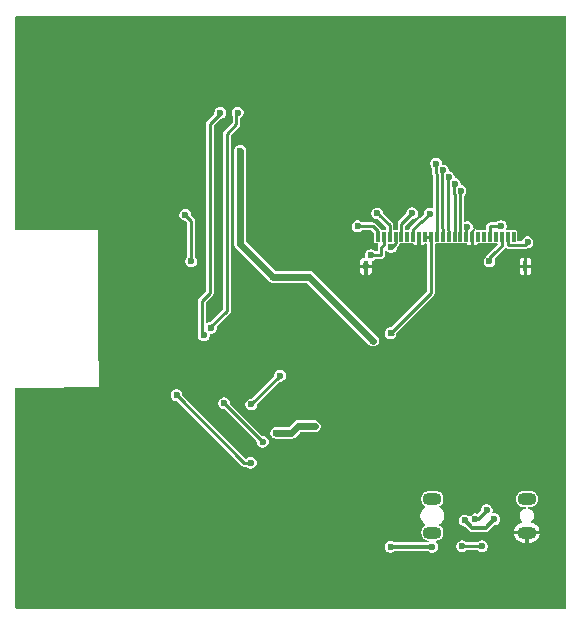
<source format=gbl>
%TF.GenerationSoftware,KiCad,Pcbnew,9.0.6*%
%TF.CreationDate,2025-12-10T11:17:06+01:00*%
%TF.ProjectId,CO2Monitor,434f324d-6f6e-4697-946f-722e6b696361,rev?*%
%TF.SameCoordinates,PX83b1de0PY8351ad0*%
%TF.FileFunction,Copper,L2,Bot*%
%TF.FilePolarity,Positive*%
%FSLAX46Y46*%
G04 Gerber Fmt 4.6, Leading zero omitted, Abs format (unit mm)*
G04 Created by KiCad (PCBNEW 9.0.6) date 2025-12-10 11:17:06*
%MOMM*%
%LPD*%
G01*
G04 APERTURE LIST*
%TA.AperFunction,ComponentPad*%
%ADD10O,1.600000X1.100000*%
%TD*%
%TA.AperFunction,ComponentPad*%
%ADD11C,5.500000*%
%TD*%
%TA.AperFunction,SMDPad,CuDef*%
%ADD12R,0.355600X0.838200*%
%TD*%
%TA.AperFunction,SMDPad,CuDef*%
%ADD13R,0.406400X0.838200*%
%TD*%
%TA.AperFunction,ViaPad*%
%ADD14C,0.600000*%
%TD*%
%TA.AperFunction,Conductor*%
%ADD15C,0.200000*%
%TD*%
%TA.AperFunction,Conductor*%
%ADD16C,0.350000*%
%TD*%
%TA.AperFunction,Conductor*%
%ADD17C,0.250000*%
%TD*%
%TA.AperFunction,Conductor*%
%ADD18C,0.600000*%
%TD*%
G04 APERTURE END LIST*
D10*
%TO.P,J2,S1,SHIELD*%
%TO.N,GND*%
X43808001Y6945499D03*
%TO.P,J2,S2*%
%TO.N,N/C*%
X35808001Y6945499D03*
%TO.P,J2,S3*%
X43808001Y9805499D03*
%TO.P,J2,S4*%
X35808001Y9805499D03*
%TD*%
D11*
%TO.P,H3,1,1*%
%TO.N,GND*%
X42688000Y46185000D03*
%TD*%
%TO.P,H2,1,1*%
%TO.N,GND*%
X4975000Y46185000D03*
%TD*%
%TO.P,H1,1,1*%
%TO.N,GND*%
X4975000Y4975000D03*
%TD*%
D12*
%TO.P,J1,1,1*%
%TO.N,unconnected-(J1-Pad1)*%
X42690502Y31983000D03*
%TO.P,J1,2,2*%
%TO.N,Net-(Q1-G)*%
X42190501Y31983000D03*
%TO.P,J1,3,3*%
%TO.N,Net-(Q1-S)*%
X41690502Y31983000D03*
%TO.P,J1,4,4*%
%TO.N,unconnected-(J1-Pad4)*%
X41190500Y31983000D03*
%TO.P,J1,5,5*%
%TO.N,Net-(C1-Pad2)*%
X40690501Y31983000D03*
%TO.P,J1,6,6*%
%TO.N,unconnected-(J1-Pad6)*%
X40190502Y31983000D03*
%TO.P,J1,7,7*%
%TO.N,unconnected-(J1-Pad7)*%
X39690501Y31983000D03*
%TO.P,J1,8,8*%
%TO.N,GND*%
X39190502Y31983000D03*
%TO.P,J1,9,9*%
%TO.N,Net-(U4-GPIO14)*%
X38690500Y31983000D03*
%TO.P,J1,10,10*%
%TO.N,Net-(U4-GPIO19)*%
X38190501Y31983000D03*
%TO.P,J1,11,11*%
%TO.N,Net-(U4-GPIO20)*%
X37690502Y31983000D03*
%TO.P,J1,12,12*%
%TO.N,Net-(U4-GPIO21)*%
X37190501Y31983000D03*
%TO.P,J1,13,13*%
%TO.N,Net-(U4-GPIO22)*%
X36690501Y31983000D03*
%TO.P,J1,14,14*%
%TO.N,Net-(U4-GPIO23)*%
X36190500Y31983000D03*
%TO.P,J1,15,15*%
%TO.N,Net-(Q2-D)*%
X35690501Y31983000D03*
%TO.P,J1,16,16*%
X35190502Y31983000D03*
%TO.P,J1,17,17*%
%TO.N,GND*%
X34690500Y31983000D03*
%TO.P,J1,18,18*%
%TO.N,Net-(C2-Pad2)*%
X34190501Y31983000D03*
%TO.P,J1,19,19*%
%TO.N,unconnected-(J1-Pad19)*%
X33690500Y31983000D03*
%TO.P,J1,20,20*%
%TO.N,Net-(C3-Pad2)*%
X33190501Y31983000D03*
%TO.P,J1,21,21*%
%TO.N,Net-(D1-K)*%
X32690502Y31983000D03*
%TO.P,J1,22,22*%
%TO.N,Net-(C5-Pad2)*%
X32190500Y31983000D03*
%TO.P,J1,23,23*%
%TO.N,Net-(D2-A)*%
X31690501Y31983000D03*
%TO.P,J1,24,24*%
%TO.N,Net-(C4-Pad2)*%
X31190502Y31983000D03*
D13*
%TO.P,J1,25,SHIELD*%
%TO.N,GND*%
X43690500Y29483000D03*
%TO.P,J1,26,SHIELD*%
X30190502Y29483000D03*
%TD*%
D14*
%TO.N,GND*%
X12083000Y28882000D03*
X12083000Y26879000D03*
X12073000Y24898000D03*
X12077000Y22968000D03*
X14041000Y22968000D03*
X14039000Y28859000D03*
X14049000Y26885000D03*
X14056000Y24902000D03*
X39483000Y26463000D03*
X23788000Y9818000D03*
X801000Y40440000D03*
X22548000Y32848000D03*
X44108000Y11728000D03*
X18598000Y46708000D03*
X35448000Y11388000D03*
X23831500Y50360000D03*
X19318000Y19948000D03*
X800000Y50360000D03*
X10718000Y16448000D03*
X8109000Y18636000D03*
X800000Y800000D03*
X41088000Y3528000D03*
X17598000Y10448000D03*
X801000Y10704000D03*
X46861000Y40441750D03*
X46863000Y50360000D03*
X28478000Y8968000D03*
X23829000Y800000D03*
X29048000Y34818000D03*
X44988000Y31618000D03*
X46861000Y10705750D03*
X46861000Y30529750D03*
X33938000Y18498000D03*
X39628000Y33108000D03*
X30190502Y29483000D03*
X46846000Y808000D03*
X12315750Y50360000D03*
X13698000Y38798000D03*
X35347250Y50360000D03*
X35351000Y800000D03*
X22718000Y2348000D03*
X42808000Y15878000D03*
X46861000Y20617750D03*
X12312750Y802000D03*
X40678000Y35358000D03*
%TO.N,Net-(C1-Pad2)*%
X41613000Y32881000D03*
%TO.N,Net-(C2-Pad2)*%
X35600000Y33935000D03*
%TO.N,Net-(C3-Pad2)*%
X34092000Y33964000D03*
%TO.N,Net-(C4-Pad2)*%
X29472000Y32876500D03*
%TO.N,Net-(C5-Pad2)*%
X31139000Y33955000D03*
%TO.N,Net-(D1-K)*%
X32321000Y31123898D03*
%TO.N,Net-(D2-A)*%
X30599000Y30428000D03*
%TO.N,Net-(Q2-D)*%
X32271000Y23819000D03*
%TO.N,VBUS*%
X38558001Y7968000D03*
X41058001Y8078000D03*
X32268000Y5728000D03*
X35798000Y5738000D03*
%TO.N,/EN*%
X20428000Y12854000D03*
X14148000Y18578000D03*
%TO.N,+3.3V*%
X22598000Y15378000D03*
X19538000Y39288000D03*
X25843000Y15933000D03*
X30783000Y23198000D03*
X22278000Y28608000D03*
%TO.N,Net-(U4-GPIO14)*%
X38765501Y32778121D03*
%TO.N,Net-(U4-GPIO20)*%
X37695284Y36453000D03*
%TO.N,Net-(U4-GPIO21)*%
X37189519Y37028000D03*
%TO.N,Net-(Q1-S)*%
X40646000Y29905000D03*
%TO.N,Net-(U4-GPIO19)*%
X38198000Y35878000D03*
%TO.N,Net-(U4-GPIO22)*%
X36699062Y37603000D03*
%TO.N,Net-(Q1-G)*%
X43869000Y31508000D03*
%TO.N,Net-(U4-GPIO23)*%
X36122338Y38178000D03*
%TO.N,Net-(J2-D--PadA7)*%
X40408001Y8838998D03*
X39451414Y8068912D03*
%TO.N,Net-(J2-D+-PadA6)*%
X38330694Y5779306D03*
X40010280Y5775499D03*
%TO.N,Net-(J3-Pin_4)*%
X16472000Y23638000D03*
X17848000Y42473000D03*
%TO.N,Net-(J3-Pin_3)*%
X17050000Y24277000D03*
X19326000Y42499000D03*
%TO.N,Net-(Q2-G)*%
X22918000Y20218000D03*
X20488000Y17788000D03*
%TO.N,/GPIO 9*%
X14891413Y33839587D03*
X15390000Y29898000D03*
%TO.N,/GPIO5*%
X21438000Y14628000D03*
X18183000Y17883000D03*
%TD*%
D15*
%TO.N,GND*%
X39628000Y32861388D02*
X39628000Y33108000D01*
X39190502Y32423890D02*
X39628000Y32861388D01*
X39628000Y33108000D02*
X39608000Y33088000D01*
X39190502Y31983000D02*
X39190502Y32423890D01*
X39261701Y32054199D02*
X39190502Y31983000D01*
D16*
X34690500Y31983000D02*
X34690500Y30740500D01*
D17*
%TO.N,Net-(C1-Pad2)*%
X41613000Y32881000D02*
X40718502Y32881000D01*
X40690501Y32852999D02*
X40690501Y31983000D01*
X40718502Y32881000D02*
X40690501Y32852999D01*
%TO.N,Net-(C2-Pad2)*%
X35583000Y33935000D02*
X34889000Y33241000D01*
X34889000Y33241000D02*
X34813500Y33241000D01*
X35600000Y33935000D02*
X35583000Y33935000D01*
X34190501Y32618001D02*
X34190501Y31983000D01*
X34813500Y33241000D02*
X34190501Y32618001D01*
%TO.N,Net-(C3-Pad2)*%
X34025834Y33933334D02*
X33190501Y33098001D01*
X33190501Y33098001D02*
X33190501Y31983000D01*
X34025834Y33940834D02*
X34025834Y33933334D01*
X34089000Y34004000D02*
X34025834Y33940834D01*
%TO.N,Net-(C4-Pad2)*%
X30767000Y32876500D02*
X31190502Y32452998D01*
X31190502Y32452998D02*
X31190502Y31983000D01*
X29472000Y32876500D02*
X30767000Y32876500D01*
%TO.N,Net-(C5-Pad2)*%
X31201000Y33955000D02*
X31330638Y33825362D01*
X31330638Y33812862D02*
X32190500Y32953000D01*
X32190500Y32953000D02*
X32190500Y31983000D01*
X31330638Y33825362D02*
X31330638Y33812862D01*
X31139000Y33955000D02*
X31201000Y33955000D01*
%TO.N,Net-(D1-K)*%
X32321000Y31123898D02*
X32361402Y31123898D01*
X32690502Y31452998D02*
X32690502Y31983000D01*
X32361402Y31123898D02*
X32690502Y31452998D01*
%TO.N,Net-(D2-A)*%
X31465498Y30428000D02*
X31490499Y30453001D01*
X31490499Y30453001D02*
X31490499Y31113898D01*
X31490499Y31113898D02*
X31690501Y31313900D01*
X31690501Y31313900D02*
X31690501Y31983000D01*
X30599000Y30428000D02*
X31465498Y30428000D01*
%TO.N,Net-(Q2-D)*%
X35690501Y27238501D02*
X32271000Y23819000D01*
X32341000Y23819000D02*
X32434000Y23726000D01*
X35190502Y31983000D02*
X35690501Y31983000D01*
X35690501Y31983000D02*
X35690501Y27238501D01*
X32271000Y23819000D02*
X32341000Y23819000D01*
D16*
%TO.N,VBUS*%
X32278000Y5738000D02*
X32268000Y5728000D01*
X40318001Y7338000D02*
X39188001Y7338000D01*
X35798000Y5738000D02*
X32278000Y5738000D01*
X41058001Y8078000D02*
X40318001Y7338000D01*
X39188001Y7338000D02*
X38558001Y7968000D01*
D17*
%TO.N,/EN*%
X20427000Y12855000D02*
X19871000Y12855000D01*
X19871000Y12855000D02*
X14148000Y18578000D01*
X20428000Y12854000D02*
X20427000Y12855000D01*
D18*
%TO.N,+3.3V*%
X23838000Y15378000D02*
X24393000Y15933000D01*
X22278000Y28608000D02*
X25373000Y28608000D01*
X19538000Y39288000D02*
X19538000Y31348000D01*
X25373000Y28608000D02*
X30783000Y23198000D01*
X19538000Y31348000D02*
X22278000Y28608000D01*
X22598000Y15378000D02*
X23838000Y15378000D01*
X24393000Y15933000D02*
X25843000Y15933000D01*
D17*
%TO.N,Net-(U4-GPIO14)*%
X38690500Y31983000D02*
X38690500Y32703120D01*
X38690500Y32703120D02*
X38765501Y32778121D01*
%TO.N,Net-(U4-GPIO20)*%
X37690502Y35570910D02*
X37690502Y31983000D01*
X37622000Y35639412D02*
X37690502Y35570910D01*
X37695284Y36453000D02*
X37622000Y36379716D01*
X37622000Y36379716D02*
X37622000Y35639412D01*
%TO.N,Net-(U4-GPIO21)*%
X37189519Y37028000D02*
X37119284Y36957765D01*
X37119284Y32565418D02*
X37190501Y32494201D01*
X37190501Y32494201D02*
X37190501Y31983000D01*
X37119284Y36957765D02*
X37119284Y32565418D01*
%TO.N,Net-(Q1-S)*%
X40641000Y30185453D02*
X41128547Y30673000D01*
X40646000Y29905000D02*
X40641000Y29910000D01*
X41690502Y31220502D02*
X41690502Y31983000D01*
X40641000Y29910000D02*
X40641000Y30185453D01*
X41128547Y30673000D02*
X41143000Y30673000D01*
X41143000Y30673000D02*
X41690502Y31220502D01*
%TO.N,Net-(U4-GPIO19)*%
X38198000Y35878000D02*
X38190501Y35870501D01*
X38190501Y35870501D02*
X38190501Y31983000D01*
%TO.N,Net-(U4-GPIO22)*%
X36613519Y32729082D02*
X36690501Y32652100D01*
X36699062Y37603000D02*
X36613519Y37517457D01*
X36690501Y32652100D02*
X36690501Y31983000D01*
X36613519Y37517457D02*
X36613519Y32729082D01*
%TO.N,Net-(Q1-G)*%
X42246702Y31297900D02*
X43668900Y31297900D01*
X42190501Y31983000D02*
X42190501Y31354101D01*
X43668900Y31297900D02*
X43871000Y31500000D01*
X42190501Y31354101D02*
X42246702Y31297900D01*
%TO.N,Net-(U4-GPIO23)*%
X36122338Y37365136D02*
X36122338Y38178000D01*
X36190500Y31983000D02*
X36190500Y37296974D01*
X36190500Y37296974D02*
X36122338Y37365136D01*
%TO.N,Net-(J2-D--PadA7)*%
X39637915Y8068912D02*
X40408001Y8838998D01*
X39451414Y8068912D02*
X39637915Y8068912D01*
%TO.N,Net-(J2-D+-PadA6)*%
X38330694Y5779306D02*
X39166694Y5779306D01*
X39166694Y5779306D02*
X39170501Y5775499D01*
X39170501Y5775499D02*
X40010280Y5775499D01*
%TO.N,Net-(J3-Pin_4)*%
X16472000Y23660000D02*
X16310000Y23822000D01*
X16472000Y23638000D02*
X16472000Y23660000D01*
X16958000Y27225000D02*
X16958000Y41564000D01*
X17799000Y42405000D02*
X17799000Y42473000D01*
X16958000Y41564000D02*
X17799000Y42405000D01*
X16310000Y26577000D02*
X16958000Y27225000D01*
X16310000Y23822000D02*
X16310000Y26577000D01*
%TO.N,Net-(J3-Pin_3)*%
X19214000Y41504000D02*
X19214000Y42308000D01*
X18418000Y25737000D02*
X18418000Y40708000D01*
X17007000Y24326000D02*
X18418000Y25737000D01*
X18418000Y40708000D02*
X19214000Y41504000D01*
X19214000Y42308000D02*
X19402000Y42496000D01*
%TO.N,Net-(Q2-G)*%
X22918000Y20218000D02*
X20488000Y17788000D01*
%TO.N,/GPIO 9*%
X14891413Y33839587D02*
X15390000Y33341000D01*
X15390000Y33341000D02*
X15390000Y29898000D01*
%TO.N,/GPIO5*%
X18183000Y17883000D02*
X21438000Y14628000D01*
%TD*%
%TA.AperFunction,Conductor*%
%TO.N,GND*%
G36*
X47140826Y50637826D02*
G01*
X47162500Y50585500D01*
X47162500Y574500D01*
X47140826Y522174D01*
X47088500Y500500D01*
X574500Y500500D01*
X522174Y522174D01*
X500500Y574500D01*
X500500Y5793895D01*
X31767500Y5793895D01*
X31767500Y5662106D01*
X31801606Y5534819D01*
X31801607Y5534816D01*
X31801608Y5534814D01*
X31867500Y5420686D01*
X31960686Y5327500D01*
X32074814Y5261608D01*
X32202105Y5227501D01*
X32202106Y5227500D01*
X32202108Y5227500D01*
X32333894Y5227500D01*
X32333894Y5227501D01*
X32461186Y5261608D01*
X32575314Y5327500D01*
X32588640Y5340826D01*
X32640966Y5362500D01*
X35435034Y5362500D01*
X35487360Y5340826D01*
X35490686Y5337500D01*
X35604814Y5271608D01*
X35732105Y5237501D01*
X35732106Y5237500D01*
X35732108Y5237500D01*
X35863894Y5237500D01*
X35863894Y5237501D01*
X35991186Y5271608D01*
X36105314Y5337500D01*
X36198500Y5430686D01*
X36264392Y5544814D01*
X36298499Y5672106D01*
X36298500Y5672106D01*
X36298500Y5803894D01*
X36298499Y5803895D01*
X36291265Y5830892D01*
X36287431Y5845201D01*
X37830194Y5845201D01*
X37830194Y5713412D01*
X37864300Y5586125D01*
X37864304Y5586116D01*
X37893926Y5534810D01*
X37930194Y5471992D01*
X38023380Y5378806D01*
X38137508Y5312914D01*
X38264799Y5278807D01*
X38264800Y5278806D01*
X38264802Y5278806D01*
X38396588Y5278806D01*
X38396588Y5278807D01*
X38523880Y5312914D01*
X38638008Y5378806D01*
X38691334Y5432132D01*
X38743660Y5453806D01*
X39103696Y5453806D01*
X39122847Y5451285D01*
X39127647Y5449999D01*
X39127648Y5449999D01*
X39597314Y5449999D01*
X39649640Y5428325D01*
X39702966Y5374999D01*
X39817094Y5309107D01*
X39944385Y5275000D01*
X39944386Y5274999D01*
X39944388Y5274999D01*
X40076174Y5274999D01*
X40076174Y5275000D01*
X40203466Y5309107D01*
X40317594Y5374999D01*
X40410780Y5468185D01*
X40476672Y5582313D01*
X40510779Y5709605D01*
X40510780Y5709605D01*
X40510780Y5841393D01*
X40510779Y5841394D01*
X40476673Y5968681D01*
X40476672Y5968685D01*
X40410780Y6082813D01*
X40317594Y6175999D01*
X40285740Y6194390D01*
X40203470Y6241889D01*
X40203461Y6241893D01*
X40076174Y6275999D01*
X40076172Y6275999D01*
X39944388Y6275999D01*
X39944386Y6275999D01*
X39817098Y6241893D01*
X39817089Y6241889D01*
X39702965Y6175999D01*
X39649640Y6122673D01*
X39597314Y6100999D01*
X39233499Y6100999D01*
X39214348Y6103520D01*
X39209548Y6104806D01*
X39209547Y6104806D01*
X38743660Y6104806D01*
X38691334Y6126480D01*
X38638008Y6179806D01*
X38523884Y6245696D01*
X38523875Y6245700D01*
X38396588Y6279806D01*
X38396586Y6279806D01*
X38264802Y6279806D01*
X38264800Y6279806D01*
X38137512Y6245700D01*
X38137503Y6245696D01*
X38023379Y6179806D01*
X37930194Y6086621D01*
X37864304Y5972497D01*
X37864300Y5972488D01*
X37830194Y5845201D01*
X36287431Y5845201D01*
X36264392Y5931186D01*
X36198500Y6045314D01*
X36109471Y6134343D01*
X36087797Y6186669D01*
X36109471Y6238995D01*
X36147358Y6259246D01*
X36259412Y6281535D01*
X36385075Y6333586D01*
X36498169Y6409153D01*
X36594347Y6505331D01*
X36669914Y6618425D01*
X36721965Y6744088D01*
X36728218Y6775525D01*
X36739020Y6829826D01*
X36739020Y6829827D01*
X36748501Y6877492D01*
X36748501Y7013506D01*
X36721966Y7146905D01*
X36721965Y7146906D01*
X36721965Y7146910D01*
X36702696Y7193430D01*
X36669916Y7272569D01*
X36669915Y7272571D01*
X36669914Y7272573D01*
X36594347Y7385667D01*
X36498169Y7481845D01*
X36489939Y7487344D01*
X36421374Y7533158D01*
X36389908Y7580251D01*
X36400957Y7635799D01*
X36421373Y7656215D01*
X36503350Y7710989D01*
X36622511Y7830150D01*
X36716134Y7970268D01*
X36742490Y8033895D01*
X38057501Y8033895D01*
X38057501Y7902106D01*
X38091607Y7774819D01*
X38091611Y7774810D01*
X38099239Y7761598D01*
X38157501Y7660686D01*
X38250687Y7567500D01*
X38364815Y7501608D01*
X38492106Y7467501D01*
X38492107Y7467500D01*
X38492109Y7467500D01*
X38496812Y7467500D01*
X38549138Y7445826D01*
X38957439Y7037525D01*
X39043064Y6988089D01*
X39138565Y6962500D01*
X39138566Y6962500D01*
X39138567Y6962500D01*
X40367437Y6962500D01*
X40415187Y6975295D01*
X40462939Y6988090D01*
X40548563Y7037525D01*
X40606538Y7095500D01*
X42721185Y7095500D01*
X42721185Y7095499D01*
X43298193Y7095499D01*
X43278445Y7061295D01*
X43258001Y6984995D01*
X43258001Y6906003D01*
X43278445Y6829703D01*
X43298193Y6795499D01*
X42721185Y6795499D01*
X42740664Y6697569D01*
X42740666Y6697563D01*
X42804741Y6542873D01*
X42897762Y6403656D01*
X43016157Y6285261D01*
X43155374Y6192240D01*
X43310064Y6128165D01*
X43310070Y6128163D01*
X43474285Y6095499D01*
X43658001Y6095499D01*
X43658001Y6645499D01*
X43958001Y6645499D01*
X43958001Y6095499D01*
X44141717Y6095499D01*
X44305931Y6128163D01*
X44305937Y6128165D01*
X44460627Y6192240D01*
X44599844Y6285261D01*
X44599846Y6285262D01*
X44718238Y6403654D01*
X44718239Y6403656D01*
X44811260Y6542873D01*
X44875335Y6697563D01*
X44875337Y6697569D01*
X44894816Y6795499D01*
X44317809Y6795499D01*
X44337557Y6829703D01*
X44358001Y6906003D01*
X44358001Y6984995D01*
X44337557Y7061295D01*
X44317809Y7095499D01*
X44894817Y7095499D01*
X44894816Y7095500D01*
X44875337Y7193430D01*
X44875335Y7193436D01*
X44811260Y7348126D01*
X44718239Y7487343D01*
X44599844Y7605738D01*
X44460627Y7698759D01*
X44305937Y7762834D01*
X44305930Y7762836D01*
X44229617Y7778015D01*
X44182524Y7809481D01*
X44171475Y7865029D01*
X44191725Y7902917D01*
X44292522Y8003713D01*
X44372237Y8141785D01*
X44372803Y8143895D01*
X44406910Y8271186D01*
X44413500Y8295781D01*
X44413501Y8295781D01*
X44413501Y8455217D01*
X44413500Y8455218D01*
X44372238Y8609211D01*
X44363230Y8624813D01*
X44292522Y8747285D01*
X44179787Y8860020D01*
X44074434Y8920845D01*
X44041712Y8939737D01*
X43930555Y8969521D01*
X43885622Y9003999D01*
X43878230Y9060152D01*
X43912708Y9105085D01*
X43949708Y9114999D01*
X44126007Y9114999D01*
X44126009Y9114999D01*
X44259412Y9141535D01*
X44385075Y9193586D01*
X44498169Y9269153D01*
X44594347Y9365331D01*
X44669914Y9478425D01*
X44721965Y9604088D01*
X44748501Y9737491D01*
X44748501Y9873507D01*
X44721965Y10006910D01*
X44669914Y10132573D01*
X44594347Y10245667D01*
X44498169Y10341845D01*
X44385075Y10417412D01*
X44385071Y10417414D01*
X44385069Y10417415D01*
X44385070Y10417415D01*
X44259416Y10469462D01*
X44259406Y10469465D01*
X44170073Y10487234D01*
X44126009Y10495999D01*
X43489993Y10495999D01*
X43452175Y10488477D01*
X43356595Y10469465D01*
X43356585Y10469462D01*
X43230931Y10417415D01*
X43117833Y10341846D01*
X43117832Y10341844D01*
X43021656Y10245668D01*
X43021654Y10245667D01*
X42946085Y10132569D01*
X42894038Y10006915D01*
X42894035Y10006905D01*
X42867501Y9873506D01*
X42867501Y9737493D01*
X42894035Y9604094D01*
X42894038Y9604084D01*
X42946085Y9478430D01*
X42946087Y9478427D01*
X42946088Y9478425D01*
X43021655Y9365331D01*
X43117833Y9269153D01*
X43230927Y9193586D01*
X43230932Y9193584D01*
X43230931Y9193584D01*
X43345055Y9146313D01*
X43356590Y9141535D01*
X43489993Y9114999D01*
X43489995Y9114999D01*
X43666294Y9114999D01*
X43718620Y9093325D01*
X43740294Y9040999D01*
X43718620Y8988673D01*
X43685447Y8969521D01*
X43574289Y8939737D01*
X43436214Y8860020D01*
X43323480Y8747286D01*
X43243763Y8609211D01*
X43202501Y8455218D01*
X43202501Y8295781D01*
X43243763Y8141788D01*
X43323480Y8003713D01*
X43424274Y7902919D01*
X43445948Y7850593D01*
X43424274Y7798267D01*
X43386385Y7778015D01*
X43310070Y7762836D01*
X43310064Y7762834D01*
X43155374Y7698759D01*
X43016157Y7605738D01*
X43016156Y7605736D01*
X42897764Y7487344D01*
X42897762Y7487343D01*
X42804741Y7348126D01*
X42740666Y7193436D01*
X42740664Y7193430D01*
X42721185Y7095500D01*
X40606538Y7095500D01*
X40618476Y7107438D01*
X41066864Y7555826D01*
X41119190Y7577500D01*
X41123895Y7577500D01*
X41123895Y7577501D01*
X41251187Y7611608D01*
X41365315Y7677500D01*
X41458501Y7770686D01*
X41524393Y7884814D01*
X41558500Y8012106D01*
X41558501Y8012106D01*
X41558501Y8143894D01*
X41558500Y8143895D01*
X41524394Y8271182D01*
X41524393Y8271186D01*
X41458501Y8385314D01*
X41365315Y8478500D01*
X41273198Y8531684D01*
X41251191Y8544390D01*
X41251182Y8544394D01*
X41123895Y8578500D01*
X41123893Y8578500D01*
X40992109Y8578500D01*
X40992108Y8578500D01*
X40969658Y8572485D01*
X40913506Y8579879D01*
X40879028Y8624813D01*
X40879028Y8663114D01*
X40908500Y8773104D01*
X40908501Y8773104D01*
X40908501Y8904892D01*
X40908500Y8904893D01*
X40874394Y9032180D01*
X40874393Y9032184D01*
X40808501Y9146312D01*
X40715315Y9239498D01*
X40663951Y9269153D01*
X40601191Y9305388D01*
X40601182Y9305392D01*
X40473895Y9339498D01*
X40473893Y9339498D01*
X40342109Y9339498D01*
X40342107Y9339498D01*
X40214819Y9305392D01*
X40214810Y9305388D01*
X40100686Y9239498D01*
X40007501Y9146313D01*
X39941611Y9032189D01*
X39941607Y9032180D01*
X39907501Y8904893D01*
X39907501Y8829478D01*
X39885827Y8777152D01*
X39674321Y8565647D01*
X39621995Y8543973D01*
X39602844Y8546494D01*
X39517306Y8569412D01*
X39385522Y8569412D01*
X39385520Y8569412D01*
X39258232Y8535306D01*
X39258223Y8535302D01*
X39144099Y8469412D01*
X39050913Y8376226D01*
X39028370Y8337181D01*
X38983436Y8302703D01*
X38927284Y8310097D01*
X38911959Y8321856D01*
X38865315Y8368500D01*
X38751191Y8434390D01*
X38751182Y8434394D01*
X38623895Y8468500D01*
X38623893Y8468500D01*
X38492109Y8468500D01*
X38492107Y8468500D01*
X38364819Y8434394D01*
X38364810Y8434390D01*
X38250686Y8368500D01*
X38157501Y8275315D01*
X38091611Y8161191D01*
X38091607Y8161182D01*
X38057501Y8033895D01*
X36742490Y8033895D01*
X36780624Y8125958D01*
X36813500Y8291238D01*
X36813500Y8309603D01*
X36813501Y8309605D01*
X36813501Y8375498D01*
X36813501Y8441390D01*
X36813499Y8441398D01*
X36813499Y8459757D01*
X36780623Y8625037D01*
X36716134Y8780728D01*
X36622511Y8920847D01*
X36503350Y9040008D01*
X36503341Y9040014D01*
X36421374Y9094783D01*
X36389908Y9141876D01*
X36400957Y9197424D01*
X36421371Y9217839D01*
X36498169Y9269153D01*
X36594347Y9365331D01*
X36669914Y9478425D01*
X36721965Y9604088D01*
X36748501Y9737491D01*
X36748501Y9873507D01*
X36721965Y10006910D01*
X36669914Y10132573D01*
X36594347Y10245667D01*
X36498169Y10341845D01*
X36385075Y10417412D01*
X36385071Y10417414D01*
X36385069Y10417415D01*
X36385070Y10417415D01*
X36259416Y10469462D01*
X36259406Y10469465D01*
X36170073Y10487234D01*
X36126009Y10495999D01*
X35489993Y10495999D01*
X35452175Y10488477D01*
X35356595Y10469465D01*
X35356585Y10469462D01*
X35230931Y10417415D01*
X35117833Y10341846D01*
X35117832Y10341844D01*
X35021656Y10245668D01*
X35021654Y10245667D01*
X34946085Y10132569D01*
X34894038Y10006915D01*
X34894035Y10006905D01*
X34867501Y9873506D01*
X34867501Y9737493D01*
X34894035Y9604094D01*
X34894038Y9604084D01*
X34946085Y9478430D01*
X34946087Y9478427D01*
X34946088Y9478425D01*
X35021655Y9365331D01*
X35117833Y9269153D01*
X35194628Y9217840D01*
X35226093Y9170750D01*
X35215044Y9115201D01*
X35194628Y9094785D01*
X35112657Y9040014D01*
X34993488Y8920845D01*
X34899866Y8780730D01*
X34835377Y8625039D01*
X34835375Y8625032D01*
X34802501Y8459757D01*
X34802501Y8406152D01*
X34802499Y8406146D01*
X34802499Y8291239D01*
X34835375Y8125963D01*
X34835378Y8125953D01*
X34899864Y7970269D01*
X34899865Y7970268D01*
X34899866Y7970266D01*
X34993491Y7830148D01*
X35112650Y7710990D01*
X35112652Y7710988D01*
X35194626Y7656215D01*
X35226092Y7609123D01*
X35215043Y7553574D01*
X35194627Y7533157D01*
X35117830Y7481843D01*
X35021656Y7385668D01*
X35021654Y7385667D01*
X34946085Y7272569D01*
X34894038Y7146915D01*
X34894035Y7146905D01*
X34867501Y7013506D01*
X34867501Y6877493D01*
X34894035Y6744094D01*
X34894038Y6744084D01*
X34946085Y6618430D01*
X34946087Y6618427D01*
X34946088Y6618425D01*
X35021655Y6505331D01*
X35117833Y6409153D01*
X35230927Y6333586D01*
X35230932Y6333584D01*
X35230931Y6333584D01*
X35356585Y6281537D01*
X35356590Y6281535D01*
X35356594Y6281535D01*
X35356595Y6281534D01*
X35451957Y6262565D01*
X35469899Y6250576D01*
X35489835Y6242323D01*
X35492739Y6235315D01*
X35499049Y6231099D01*
X35503258Y6209935D01*
X35511520Y6190002D01*
X35508617Y6182992D01*
X35510098Y6175550D01*
X35489856Y6137672D01*
X35487370Y6135185D01*
X35435049Y6113500D01*
X32619982Y6113500D01*
X32580074Y6127047D01*
X32579514Y6126075D01*
X32557993Y6138500D01*
X32545921Y6145471D01*
X32461190Y6194390D01*
X32461181Y6194394D01*
X32333894Y6228500D01*
X32333892Y6228500D01*
X32202108Y6228500D01*
X32202106Y6228500D01*
X32074818Y6194394D01*
X32074809Y6194390D01*
X31960685Y6128500D01*
X31867500Y6035315D01*
X31801610Y5921191D01*
X31801606Y5921182D01*
X31767500Y5793895D01*
X500500Y5793895D01*
X500500Y18643895D01*
X13647500Y18643895D01*
X13647500Y18512106D01*
X13681606Y18384819D01*
X13681610Y18384810D01*
X13737215Y18288500D01*
X13747500Y18270686D01*
X13840686Y18177500D01*
X13954814Y18111608D01*
X14082105Y18077501D01*
X14082106Y18077500D01*
X14082108Y18077500D01*
X14157521Y18077500D01*
X14209847Y18055826D01*
X19671138Y12594535D01*
X19745361Y12551682D01*
X19828147Y12529500D01*
X19913853Y12529500D01*
X20014034Y12529500D01*
X20066360Y12507826D01*
X20120686Y12453500D01*
X20234814Y12387608D01*
X20362105Y12353501D01*
X20362106Y12353500D01*
X20362108Y12353500D01*
X20493894Y12353500D01*
X20493894Y12353501D01*
X20621186Y12387608D01*
X20735314Y12453500D01*
X20828500Y12546686D01*
X20894392Y12660814D01*
X20928499Y12788106D01*
X20928500Y12788106D01*
X20928500Y12919894D01*
X20928499Y12919895D01*
X20894393Y13047182D01*
X20894392Y13047186D01*
X20828500Y13161314D01*
X20735314Y13254500D01*
X20621190Y13320390D01*
X20621181Y13320394D01*
X20493894Y13354500D01*
X20493892Y13354500D01*
X20362108Y13354500D01*
X20362106Y13354500D01*
X20234818Y13320394D01*
X20234809Y13320390D01*
X20120683Y13254499D01*
X20078581Y13212397D01*
X20026255Y13190723D01*
X19973930Y13212397D01*
X15237432Y17948895D01*
X17682500Y17948895D01*
X17682500Y17817106D01*
X17716606Y17689819D01*
X17716610Y17689810D01*
X17771456Y17594814D01*
X17782500Y17575686D01*
X17875686Y17482500D01*
X17989814Y17416608D01*
X18117105Y17382501D01*
X18117106Y17382500D01*
X18117108Y17382500D01*
X18192521Y17382500D01*
X18244847Y17360826D01*
X20915826Y14689847D01*
X20937500Y14637521D01*
X20937500Y14562106D01*
X20971606Y14434819D01*
X20971607Y14434816D01*
X20971608Y14434814D01*
X21037500Y14320686D01*
X21130686Y14227500D01*
X21244814Y14161608D01*
X21372105Y14127501D01*
X21372106Y14127500D01*
X21372108Y14127500D01*
X21503894Y14127500D01*
X21503894Y14127501D01*
X21631186Y14161608D01*
X21745314Y14227500D01*
X21838500Y14320686D01*
X21904392Y14434814D01*
X21938499Y14562106D01*
X21938500Y14562106D01*
X21938500Y14693894D01*
X21938499Y14693895D01*
X21904393Y14821182D01*
X21904392Y14821186D01*
X21838500Y14935314D01*
X21745314Y15028500D01*
X21672246Y15070686D01*
X21631190Y15094390D01*
X21631181Y15094394D01*
X21503894Y15128500D01*
X21503892Y15128500D01*
X21428479Y15128500D01*
X21376153Y15150174D01*
X21082432Y15443895D01*
X22097500Y15443895D01*
X22097500Y15312106D01*
X22131606Y15184819D01*
X22131607Y15184816D01*
X22131608Y15184814D01*
X22197500Y15070686D01*
X22290686Y14977500D01*
X22404814Y14911608D01*
X22532105Y14877501D01*
X22532106Y14877500D01*
X22532108Y14877500D01*
X23903894Y14877500D01*
X23903894Y14877501D01*
X24031186Y14911608D01*
X24145314Y14977500D01*
X24578640Y15410826D01*
X24630966Y15432500D01*
X25908894Y15432500D01*
X25908894Y15432501D01*
X26036186Y15466608D01*
X26150314Y15532500D01*
X26243500Y15625686D01*
X26309392Y15739814D01*
X26343499Y15867106D01*
X26343500Y15867106D01*
X26343500Y15998894D01*
X26343499Y15998895D01*
X26309393Y16126182D01*
X26309392Y16126186D01*
X26243500Y16240314D01*
X26150314Y16333500D01*
X26036190Y16399390D01*
X26036181Y16399394D01*
X25908894Y16433500D01*
X25908892Y16433500D01*
X24327108Y16433500D01*
X24327106Y16433500D01*
X24199818Y16399394D01*
X24199809Y16399390D01*
X24085685Y16333500D01*
X23652360Y15900174D01*
X23600034Y15878500D01*
X22532106Y15878500D01*
X22404818Y15844394D01*
X22404809Y15844390D01*
X22290685Y15778500D01*
X22197500Y15685315D01*
X22131610Y15571191D01*
X22131606Y15571182D01*
X22097500Y15443895D01*
X21082432Y15443895D01*
X18705174Y17821153D01*
X18691612Y17853895D01*
X19987500Y17853895D01*
X19987500Y17722106D01*
X20021606Y17594819D01*
X20021610Y17594810D01*
X20086452Y17482501D01*
X20087500Y17480686D01*
X20180686Y17387500D01*
X20294814Y17321608D01*
X20422105Y17287501D01*
X20422106Y17287500D01*
X20422108Y17287500D01*
X20553894Y17287500D01*
X20553894Y17287501D01*
X20681186Y17321608D01*
X20795314Y17387500D01*
X20888500Y17480686D01*
X20954392Y17594814D01*
X20988499Y17722106D01*
X20988500Y17722106D01*
X20988500Y17797521D01*
X21010174Y17849847D01*
X22856153Y19695826D01*
X22908479Y19717500D01*
X22983894Y19717500D01*
X22983894Y19717501D01*
X23111186Y19751608D01*
X23225314Y19817500D01*
X23318500Y19910686D01*
X23384392Y20024814D01*
X23418499Y20152106D01*
X23418500Y20152106D01*
X23418500Y20283894D01*
X23418499Y20283895D01*
X23384393Y20411182D01*
X23384392Y20411186D01*
X23318500Y20525314D01*
X23225314Y20618500D01*
X23111190Y20684390D01*
X23111181Y20684394D01*
X22983894Y20718500D01*
X22983892Y20718500D01*
X22852108Y20718500D01*
X22852106Y20718500D01*
X22724818Y20684394D01*
X22724809Y20684390D01*
X22610685Y20618500D01*
X22517500Y20525315D01*
X22451610Y20411191D01*
X22451606Y20411182D01*
X22417500Y20283895D01*
X22417500Y20208479D01*
X22395826Y20156153D01*
X20549847Y18310174D01*
X20497521Y18288500D01*
X20422106Y18288500D01*
X20294818Y18254394D01*
X20294809Y18254390D01*
X20180685Y18188500D01*
X20087500Y18095315D01*
X20021610Y17981191D01*
X20021606Y17981182D01*
X19987500Y17853895D01*
X18691612Y17853895D01*
X18683500Y17873479D01*
X18683500Y17948894D01*
X18683499Y17948895D01*
X18674845Y17981191D01*
X18649392Y18076186D01*
X18583500Y18190314D01*
X18490314Y18283500D01*
X18481654Y18288500D01*
X18376190Y18349390D01*
X18376181Y18349394D01*
X18248894Y18383500D01*
X18248892Y18383500D01*
X18117108Y18383500D01*
X18117106Y18383500D01*
X17989818Y18349394D01*
X17989809Y18349390D01*
X17875685Y18283500D01*
X17782500Y18190315D01*
X17716610Y18076191D01*
X17716606Y18076182D01*
X17682500Y17948895D01*
X15237432Y17948895D01*
X14670174Y18516153D01*
X14648500Y18568479D01*
X14648500Y18643894D01*
X14648499Y18643895D01*
X14614393Y18771182D01*
X14614392Y18771186D01*
X14548500Y18885314D01*
X14455314Y18978500D01*
X14341190Y19044390D01*
X14341181Y19044394D01*
X14213894Y19078500D01*
X14213892Y19078500D01*
X14082108Y19078500D01*
X14082106Y19078500D01*
X13954818Y19044394D01*
X13954809Y19044390D01*
X13840685Y18978500D01*
X13747500Y18885315D01*
X13681610Y18771191D01*
X13681606Y18771182D01*
X13647500Y18643895D01*
X500500Y18643895D01*
X500500Y19141029D01*
X522174Y19193355D01*
X574243Y19215029D01*
X949799Y19216322D01*
X1618089Y19218621D01*
X7542000Y19239000D01*
X7536969Y23703892D01*
X15971500Y23703892D01*
X15971500Y23699804D01*
X15971500Y23572106D01*
X16005606Y23444819D01*
X16005610Y23444810D01*
X16058842Y23352611D01*
X16071500Y23330686D01*
X16164686Y23237500D01*
X16278814Y23171608D01*
X16406105Y23137501D01*
X16406106Y23137500D01*
X16406108Y23137500D01*
X16537894Y23137500D01*
X16537894Y23137501D01*
X16665186Y23171608D01*
X16779314Y23237500D01*
X16872500Y23330686D01*
X16938392Y23444814D01*
X16972499Y23572106D01*
X16972500Y23572106D01*
X16972500Y23702500D01*
X16994174Y23754826D01*
X17046500Y23776500D01*
X17115894Y23776500D01*
X17115894Y23776501D01*
X17243186Y23810608D01*
X17357314Y23876500D01*
X17450500Y23969686D01*
X17516392Y24083814D01*
X17550499Y24211106D01*
X17550500Y24211106D01*
X17550500Y24342894D01*
X17547551Y24353898D01*
X17554942Y24410051D01*
X17566699Y24425374D01*
X18678465Y25537138D01*
X18721317Y25611361D01*
X18721318Y25611362D01*
X18743499Y25694145D01*
X18743500Y25694145D01*
X18743500Y39353895D01*
X19037500Y39353895D01*
X19037500Y31282106D01*
X19071606Y31154819D01*
X19071607Y31154816D01*
X19071608Y31154814D01*
X19137500Y31040686D01*
X21970686Y28207500D01*
X22084814Y28141608D01*
X22084815Y28141608D01*
X22084817Y28141607D01*
X22148460Y28124554D01*
X22212104Y28107501D01*
X22212105Y28107500D01*
X22212107Y28107500D01*
X22212108Y28107500D01*
X25135034Y28107500D01*
X25187360Y28085826D01*
X30382500Y22890686D01*
X30475686Y22797500D01*
X30589814Y22731608D01*
X30589815Y22731608D01*
X30589817Y22731607D01*
X30653460Y22714554D01*
X30717104Y22697501D01*
X30717105Y22697500D01*
X30717107Y22697500D01*
X30848894Y22697500D01*
X30848894Y22697501D01*
X30976186Y22731608D01*
X31090314Y22797500D01*
X31183500Y22890686D01*
X31249392Y23004814D01*
X31283499Y23132106D01*
X31283500Y23132106D01*
X31283500Y23263894D01*
X31283499Y23263895D01*
X31259734Y23352587D01*
X31259734Y23352589D01*
X31249393Y23391182D01*
X31249392Y23391186D01*
X31218430Y23444814D01*
X31183500Y23505314D01*
X31090314Y23598500D01*
X25680314Y29008500D01*
X25661941Y29019108D01*
X29687303Y29019108D01*
X29690210Y28994032D01*
X29690212Y28994026D01*
X29735515Y28891422D01*
X29814823Y28812114D01*
X29917426Y28766811D01*
X29917425Y28766811D01*
X29942512Y28763901D01*
X30040502Y28763901D01*
X30340502Y28763901D01*
X30438494Y28763901D01*
X30463570Y28766809D01*
X30463576Y28766811D01*
X30566180Y28812114D01*
X30645488Y28891422D01*
X30690791Y28994025D01*
X30693702Y29019111D01*
X30693702Y29333000D01*
X30340502Y29333000D01*
X30340502Y28763901D01*
X30040502Y28763901D01*
X30040502Y29333000D01*
X29687303Y29333000D01*
X29687303Y29019108D01*
X25661941Y29019108D01*
X25566190Y29074390D01*
X25566181Y29074394D01*
X25438894Y29108500D01*
X25438892Y29108500D01*
X22515966Y29108500D01*
X22463640Y29130174D01*
X20060174Y31533640D01*
X20038500Y31585966D01*
X20038500Y32942395D01*
X28971500Y32942395D01*
X28971500Y32810606D01*
X29005606Y32683319D01*
X29005610Y32683310D01*
X29023192Y32652857D01*
X29071500Y32569186D01*
X29164686Y32476000D01*
X29278814Y32410108D01*
X29406105Y32376001D01*
X29406106Y32376000D01*
X29406108Y32376000D01*
X29537894Y32376000D01*
X29537894Y32376001D01*
X29665186Y32410108D01*
X29779314Y32476000D01*
X29832640Y32529326D01*
X29884966Y32551000D01*
X30601521Y32551000D01*
X30653847Y32529326D01*
X30843328Y32339845D01*
X30865002Y32287519D01*
X30865002Y31940147D01*
X30869681Y31922685D01*
X30872202Y31903533D01*
X30872202Y31550061D01*
X30880353Y31509079D01*
X30911406Y31462606D01*
X30911408Y31462604D01*
X30957879Y31431552D01*
X30957881Y31431551D01*
X30998861Y31423400D01*
X31165163Y31423401D01*
X31217488Y31401727D01*
X31239162Y31349401D01*
X31229248Y31312402D01*
X31187184Y31239546D01*
X31187179Y31239533D01*
X31170323Y31176627D01*
X31170324Y31176626D01*
X31164999Y31156752D01*
X31164999Y30827500D01*
X31143325Y30775174D01*
X31090999Y30753500D01*
X31011966Y30753500D01*
X30959640Y30775174D01*
X30906314Y30828500D01*
X30792190Y30894390D01*
X30792181Y30894394D01*
X30664894Y30928500D01*
X30664892Y30928500D01*
X30533108Y30928500D01*
X30533106Y30928500D01*
X30405818Y30894394D01*
X30405809Y30894390D01*
X30291685Y30828500D01*
X30198500Y30735315D01*
X30132610Y30621191D01*
X30132606Y30621182D01*
X30098500Y30493895D01*
X30098500Y30493892D01*
X30098500Y30362108D01*
X30116414Y30295253D01*
X30109021Y30239100D01*
X30064088Y30204621D01*
X30044936Y30202100D01*
X29942509Y30202100D01*
X29917433Y30199192D01*
X29917427Y30199190D01*
X29814823Y30153887D01*
X29735515Y30074579D01*
X29690212Y29971976D01*
X29687302Y29946890D01*
X29687302Y29633000D01*
X30693701Y29633000D01*
X30693701Y29878438D01*
X30715375Y29930764D01*
X30748546Y29949915D01*
X30792186Y29961608D01*
X30906314Y30027500D01*
X30959640Y30080826D01*
X31011966Y30102500D01*
X31508349Y30102500D01*
X31508351Y30102500D01*
X31591137Y30124682D01*
X31665360Y30167535D01*
X31703139Y30205314D01*
X31725963Y30228138D01*
X31750964Y30253139D01*
X31779383Y30302362D01*
X31793817Y30327362D01*
X31815999Y30410146D01*
X31816000Y30410146D01*
X31816000Y30500383D01*
X31815999Y30500401D01*
X31815999Y30742433D01*
X31837673Y30794759D01*
X31889999Y30816433D01*
X31942325Y30794759D01*
X32013686Y30723398D01*
X32127814Y30657506D01*
X32255105Y30623399D01*
X32255106Y30623398D01*
X32255108Y30623398D01*
X32386894Y30623398D01*
X32386894Y30623399D01*
X32514186Y30657506D01*
X32628314Y30723398D01*
X32721500Y30816584D01*
X32787392Y30930712D01*
X32821499Y31058004D01*
X32821500Y31058004D01*
X32821500Y31093018D01*
X32843173Y31145343D01*
X32854582Y31156752D01*
X32890362Y31192532D01*
X32890364Y31192533D01*
X32950967Y31253136D01*
X32986577Y31314814D01*
X32993820Y31327359D01*
X33005647Y31371499D01*
X33006682Y31374383D01*
X33023819Y31393263D01*
X33039338Y31413487D01*
X33043088Y31414493D01*
X33044748Y31416320D01*
X33051047Y31416625D01*
X33076337Y31423401D01*
X33382141Y31423401D01*
X33423122Y31431551D01*
X33423122Y31431552D01*
X33426068Y31432137D01*
X33454938Y31432136D01*
X33457878Y31431552D01*
X33457879Y31431551D01*
X33498859Y31423400D01*
X33882140Y31423401D01*
X33882143Y31423401D01*
X33926067Y31432137D01*
X33954939Y31432137D01*
X33957877Y31431553D01*
X33957880Y31431551D01*
X33998860Y31423400D01*
X34200001Y31423401D01*
X34252326Y31401727D01*
X34260738Y31391597D01*
X34340221Y31312114D01*
X34442824Y31266811D01*
X34442823Y31266811D01*
X34467910Y31263901D01*
X34540500Y31263901D01*
X34540500Y31909000D01*
X34562174Y31961326D01*
X34614500Y31983000D01*
X34766500Y31983000D01*
X34818826Y31961326D01*
X34840500Y31909000D01*
X34840500Y31263901D01*
X34913092Y31263901D01*
X34938168Y31266809D01*
X34938174Y31266811D01*
X35040778Y31312114D01*
X35124936Y31396271D01*
X35125980Y31395227D01*
X35128673Y31401727D01*
X35148981Y31410139D01*
X35167397Y31422140D01*
X35180993Y31423401D01*
X35291001Y31423401D01*
X35343327Y31401727D01*
X35365001Y31349401D01*
X35365001Y27403980D01*
X35343327Y27351654D01*
X32332847Y24341174D01*
X32280521Y24319500D01*
X32205106Y24319500D01*
X32077818Y24285394D01*
X32077809Y24285390D01*
X31963685Y24219500D01*
X31870500Y24126315D01*
X31804610Y24012191D01*
X31804606Y24012182D01*
X31770500Y23884895D01*
X31770500Y23753106D01*
X31804606Y23625819D01*
X31804610Y23625810D01*
X31820378Y23598500D01*
X31870500Y23511686D01*
X31963686Y23418500D01*
X32077814Y23352608D01*
X32205105Y23318501D01*
X32205106Y23318500D01*
X32205108Y23318500D01*
X32336894Y23318500D01*
X32336894Y23318501D01*
X32464186Y23352608D01*
X32578314Y23418500D01*
X32606829Y23447017D01*
X32622155Y23458776D01*
X32624784Y23460295D01*
X32633862Y23465535D01*
X32694465Y23526138D01*
X32737318Y23600361D01*
X32759500Y23683147D01*
X32759500Y23698580D01*
X32759814Y23705385D01*
X32760393Y23711657D01*
X32771500Y23753108D01*
X32771500Y23831928D01*
X32771814Y23835328D01*
X32783540Y23857593D01*
X32793173Y23880848D01*
X35890360Y26978035D01*
X35890363Y26978036D01*
X35950966Y27038639D01*
X35986024Y27099361D01*
X35993819Y27112862D01*
X36016001Y27195646D01*
X36016002Y27195646D01*
X36016002Y27285883D01*
X36016001Y27285901D01*
X36016001Y29019108D01*
X43187301Y29019108D01*
X43190208Y28994032D01*
X43190210Y28994026D01*
X43235513Y28891422D01*
X43314821Y28812114D01*
X43417424Y28766811D01*
X43417423Y28766811D01*
X43442510Y28763901D01*
X43540500Y28763901D01*
X43840500Y28763901D01*
X43938492Y28763901D01*
X43963568Y28766809D01*
X43963574Y28766811D01*
X44066178Y28812114D01*
X44145486Y28891422D01*
X44190789Y28994025D01*
X44193700Y29019111D01*
X44193700Y29333000D01*
X43840500Y29333000D01*
X43840500Y28763901D01*
X43540500Y28763901D01*
X43540500Y29333000D01*
X43187301Y29333000D01*
X43187301Y29019108D01*
X36016001Y29019108D01*
X36016001Y31349401D01*
X36037675Y31401727D01*
X36090001Y31423401D01*
X36382143Y31423401D01*
X36426067Y31432137D01*
X36454939Y31432137D01*
X36457877Y31431553D01*
X36457880Y31431551D01*
X36498860Y31423400D01*
X36882141Y31423401D01*
X36882143Y31423401D01*
X36901201Y31427192D01*
X36923122Y31431551D01*
X36923122Y31431552D01*
X36926066Y31432137D01*
X36954939Y31432137D01*
X36957877Y31431553D01*
X36957880Y31431551D01*
X36998860Y31423400D01*
X37382141Y31423401D01*
X37382144Y31423401D01*
X37426068Y31432137D01*
X37454940Y31432137D01*
X37457878Y31431553D01*
X37457881Y31431551D01*
X37498861Y31423400D01*
X37882142Y31423401D01*
X37923123Y31431551D01*
X37923123Y31431552D01*
X37926069Y31432137D01*
X37954939Y31432136D01*
X37957879Y31431552D01*
X37957880Y31431551D01*
X37998860Y31423400D01*
X38382141Y31423401D01*
X38423122Y31431551D01*
X38423122Y31431552D01*
X38426068Y31432137D01*
X38454938Y31432136D01*
X38457878Y31431552D01*
X38457879Y31431551D01*
X38498859Y31423400D01*
X38700003Y31423401D01*
X38752328Y31401727D01*
X38760740Y31391597D01*
X38840223Y31312114D01*
X38942826Y31266811D01*
X38942825Y31266811D01*
X38967912Y31263901D01*
X39040502Y31263901D01*
X39040502Y31909000D01*
X39062176Y31961326D01*
X39114502Y31983000D01*
X39266502Y31983000D01*
X39318828Y31961326D01*
X39340502Y31909000D01*
X39340502Y31263901D01*
X39413094Y31263901D01*
X39438170Y31266809D01*
X39438176Y31266811D01*
X39540780Y31312114D01*
X39624938Y31396271D01*
X39626028Y31395181D01*
X39667399Y31422140D01*
X39680995Y31423401D01*
X39882141Y31423401D01*
X39882144Y31423401D01*
X39926068Y31432137D01*
X39954940Y31432137D01*
X39957878Y31431553D01*
X39957881Y31431551D01*
X39998861Y31423400D01*
X40382142Y31423401D01*
X40423123Y31431551D01*
X40423123Y31431552D01*
X40426069Y31432137D01*
X40454939Y31432136D01*
X40457879Y31431552D01*
X40457880Y31431551D01*
X40498860Y31423400D01*
X40882141Y31423401D01*
X40923122Y31431551D01*
X40923122Y31431552D01*
X40926068Y31432137D01*
X40954938Y31432136D01*
X40957878Y31431552D01*
X40957879Y31431551D01*
X40998859Y31423400D01*
X41254421Y31423401D01*
X41306747Y31401727D01*
X41328421Y31349401D01*
X41306747Y31297075D01*
X40969768Y30960097D01*
X40954445Y30948339D01*
X40928684Y30933465D01*
X40868080Y30872860D01*
X40380532Y30385312D01*
X40333544Y30303926D01*
X40321785Y30288601D01*
X40245500Y30212315D01*
X40179610Y30098191D01*
X40179606Y30098182D01*
X40145500Y29970895D01*
X40145500Y29839106D01*
X40179606Y29711819D01*
X40179610Y29711810D01*
X40225111Y29633000D01*
X40245500Y29597686D01*
X40338686Y29504500D01*
X40452814Y29438608D01*
X40580105Y29404501D01*
X40580106Y29404500D01*
X40580108Y29404500D01*
X40711894Y29404500D01*
X40711894Y29404501D01*
X40839186Y29438608D01*
X40953314Y29504500D01*
X41046500Y29597686D01*
X41112392Y29711814D01*
X41146499Y29839106D01*
X41146500Y29839106D01*
X41146500Y29946890D01*
X43187300Y29946890D01*
X43187300Y29633000D01*
X43540500Y29633000D01*
X43840500Y29633000D01*
X44193699Y29633000D01*
X44193699Y29946893D01*
X44190791Y29971969D01*
X44190789Y29971975D01*
X44145486Y30074579D01*
X44066178Y30153887D01*
X43963575Y30199190D01*
X43963576Y30199190D01*
X43938489Y30202100D01*
X43840500Y30202100D01*
X43840500Y29633000D01*
X43540500Y29633000D01*
X43540500Y30202100D01*
X43442507Y30202100D01*
X43417431Y30199192D01*
X43417425Y30199190D01*
X43314821Y30153887D01*
X43235513Y30074579D01*
X43190210Y29971976D01*
X43187300Y29946890D01*
X41146500Y29946890D01*
X41146500Y29970891D01*
X41146210Y29971975D01*
X41112392Y30098186D01*
X41104790Y30111353D01*
X41097397Y30167505D01*
X41116548Y30200677D01*
X41301777Y30385906D01*
X41317098Y30397661D01*
X41342862Y30412535D01*
X41890361Y30960036D01*
X41890364Y30960037D01*
X41950967Y31020640D01*
X41951673Y31021864D01*
X41956008Y31026231D01*
X41978107Y31035484D01*
X41998856Y31047469D01*
X42004199Y31046407D01*
X42008251Y31048103D01*
X42020109Y31043244D01*
X42045532Y31038190D01*
X42091892Y31011424D01*
X42121063Y30994582D01*
X42203849Y30972400D01*
X42203851Y30972400D01*
X43711752Y30972400D01*
X43711753Y30972400D01*
X43794539Y30994582D01*
X43796452Y30995688D01*
X43799741Y30997585D01*
X43836742Y31007500D01*
X43934894Y31007500D01*
X43934894Y31007501D01*
X44062186Y31041608D01*
X44176314Y31107500D01*
X44269500Y31200686D01*
X44333833Y31312114D01*
X44335391Y31314812D01*
X44335393Y31314819D01*
X44344659Y31349401D01*
X44369499Y31442106D01*
X44369500Y31442106D01*
X44369500Y31573894D01*
X44369499Y31573895D01*
X44335393Y31701182D01*
X44335392Y31701186D01*
X44269500Y31815314D01*
X44176314Y31908500D01*
X44168045Y31913274D01*
X44062190Y31974390D01*
X44062181Y31974394D01*
X43934894Y32008500D01*
X43934892Y32008500D01*
X43803108Y32008500D01*
X43803106Y32008500D01*
X43675818Y31974394D01*
X43675809Y31974390D01*
X43561685Y31908500D01*
X43468500Y31815315D01*
X43402610Y31701191D01*
X43402607Y31701184D01*
X43396461Y31678246D01*
X43361982Y31633314D01*
X43324983Y31623400D01*
X43082802Y31623400D01*
X43030476Y31645074D01*
X43008802Y31697400D01*
X43008801Y32415940D01*
X43008801Y32415941D01*
X43000651Y32456921D01*
X42969597Y32503395D01*
X42969595Y32503397D01*
X42923124Y32534449D01*
X42902633Y32538525D01*
X42882143Y32542600D01*
X42882142Y32542600D01*
X42498861Y32542600D01*
X42454934Y32533863D01*
X42426064Y32533864D01*
X42382142Y32542600D01*
X42123724Y32542600D01*
X42071398Y32564274D01*
X42049724Y32616600D01*
X42059639Y32653601D01*
X42063826Y32660853D01*
X42079392Y32687814D01*
X42113499Y32815106D01*
X42113500Y32815106D01*
X42113500Y32946894D01*
X42113499Y32946895D01*
X42103329Y32984849D01*
X42079392Y33074186D01*
X42013500Y33188314D01*
X41920314Y33281500D01*
X41891973Y33297863D01*
X41806190Y33347390D01*
X41806181Y33347394D01*
X41678894Y33381500D01*
X41678892Y33381500D01*
X41547108Y33381500D01*
X41547106Y33381500D01*
X41419818Y33347394D01*
X41419809Y33347390D01*
X41305685Y33281500D01*
X41252360Y33228174D01*
X41200034Y33206500D01*
X40675647Y33206500D01*
X40592868Y33184320D01*
X40592859Y33184316D01*
X40544365Y33156317D01*
X40518639Y33141465D01*
X40430033Y33052858D01*
X40387185Y32978643D01*
X40387181Y32978634D01*
X40378676Y32946893D01*
X40378677Y32946892D01*
X40365001Y32895852D01*
X40365001Y32616600D01*
X40343327Y32564274D01*
X40291001Y32542600D01*
X39998861Y32542600D01*
X39954934Y32533863D01*
X39926064Y32533864D01*
X39882142Y32542600D01*
X39681001Y32542600D01*
X39628675Y32564274D01*
X39620260Y32574407D01*
X39540780Y32653887D01*
X39438177Y32699190D01*
X39438178Y32699190D01*
X39413091Y32702100D01*
X39340001Y32702100D01*
X39287675Y32723774D01*
X39266001Y32776100D01*
X39266001Y32844015D01*
X39266000Y32844016D01*
X39249880Y32904176D01*
X39231893Y32971307D01*
X39166001Y33085435D01*
X39072815Y33178621D01*
X39070742Y33179818D01*
X38958691Y33244511D01*
X38958682Y33244515D01*
X38831395Y33278621D01*
X38831393Y33278621D01*
X38699609Y33278621D01*
X38609153Y33254384D01*
X38553001Y33261777D01*
X38518522Y33306711D01*
X38516001Y33325863D01*
X38516001Y35457535D01*
X38537675Y35509861D01*
X38598500Y35570686D01*
X38664392Y35684814D01*
X38698499Y35812106D01*
X38698500Y35812106D01*
X38698500Y35943894D01*
X38698499Y35943895D01*
X38664393Y36071182D01*
X38664392Y36071186D01*
X38598500Y36185314D01*
X38505314Y36278500D01*
X38391190Y36344390D01*
X38391181Y36344394D01*
X38263896Y36378500D01*
X38260125Y36378996D01*
X38211076Y36407314D01*
X38195784Y36452363D01*
X38195784Y36518894D01*
X38195783Y36518895D01*
X38161677Y36646182D01*
X38161676Y36646186D01*
X38095784Y36760314D01*
X38002598Y36853500D01*
X37888474Y36919390D01*
X37888465Y36919394D01*
X37761178Y36953500D01*
X37756369Y36954133D01*
X37756685Y36956538D01*
X37711693Y36975174D01*
X37690019Y37027500D01*
X37690019Y37093894D01*
X37690018Y37093895D01*
X37655912Y37221182D01*
X37655911Y37221186D01*
X37590019Y37335314D01*
X37496833Y37428500D01*
X37382709Y37494390D01*
X37382700Y37494394D01*
X37254409Y37528770D01*
X37209476Y37563249D01*
X37199562Y37600248D01*
X37199562Y37668894D01*
X37199561Y37668895D01*
X37165455Y37796182D01*
X37165454Y37796186D01*
X37099562Y37910314D01*
X37006376Y38003500D01*
X36892252Y38069390D01*
X36892243Y38069394D01*
X36764956Y38103500D01*
X36764954Y38103500D01*
X36696838Y38103500D01*
X36644512Y38125174D01*
X36622838Y38177500D01*
X36622838Y38243894D01*
X36622837Y38243895D01*
X36588731Y38371182D01*
X36588730Y38371186D01*
X36522838Y38485314D01*
X36429652Y38578500D01*
X36315528Y38644390D01*
X36315519Y38644394D01*
X36188232Y38678500D01*
X36188230Y38678500D01*
X36056446Y38678500D01*
X36056444Y38678500D01*
X35929156Y38644394D01*
X35929147Y38644390D01*
X35815023Y38578500D01*
X35721838Y38485315D01*
X35655948Y38371191D01*
X35655944Y38371182D01*
X35621838Y38243895D01*
X35621838Y38112106D01*
X35655944Y37984819D01*
X35655948Y37984810D01*
X35721838Y37870686D01*
X35775164Y37817360D01*
X35796838Y37765034D01*
X35796838Y37407989D01*
X35796838Y37322283D01*
X35819020Y37239497D01*
X35855086Y37177028D01*
X35865000Y37140030D01*
X35865000Y34478588D01*
X35843326Y34426262D01*
X35791000Y34404588D01*
X35771847Y34407110D01*
X35665894Y34435500D01*
X35665892Y34435500D01*
X35534108Y34435500D01*
X35534106Y34435500D01*
X35406818Y34401394D01*
X35406809Y34401390D01*
X35292685Y34335500D01*
X35199500Y34242315D01*
X35133610Y34128191D01*
X35133606Y34128182D01*
X35099500Y34000895D01*
X35099500Y33942480D01*
X35077826Y33890154D01*
X34762163Y33574492D01*
X34728991Y33555340D01*
X34687863Y33544319D01*
X34613637Y33501465D01*
X34553033Y33440860D01*
X33930033Y32817860D01*
X33887183Y32743642D01*
X33887182Y32743638D01*
X33879096Y32713464D01*
X33879097Y32713463D01*
X33876338Y32703164D01*
X33865001Y32660853D01*
X33865001Y32616600D01*
X33843327Y32564274D01*
X33791001Y32542600D01*
X33590001Y32542600D01*
X33537675Y32564274D01*
X33516001Y32616600D01*
X33516001Y32932523D01*
X33537674Y32984848D01*
X33994652Y33441827D01*
X34046978Y33463500D01*
X34157894Y33463500D01*
X34157894Y33463501D01*
X34285186Y33497608D01*
X34399314Y33563500D01*
X34492500Y33656686D01*
X34558392Y33770814D01*
X34592499Y33898106D01*
X34592500Y33898106D01*
X34592500Y34029894D01*
X34592499Y34029895D01*
X34566163Y34128182D01*
X34558392Y34157186D01*
X34492500Y34271314D01*
X34399314Y34364500D01*
X34335419Y34401390D01*
X34285190Y34430390D01*
X34285181Y34430394D01*
X34157894Y34464500D01*
X34157892Y34464500D01*
X34026108Y34464500D01*
X34026106Y34464500D01*
X33898818Y34430394D01*
X33898809Y34430390D01*
X33784685Y34364500D01*
X33691500Y34271315D01*
X33625610Y34157191D01*
X33625606Y34157182D01*
X33591500Y34029895D01*
X33591500Y33989979D01*
X33569826Y33937653D01*
X32930033Y33297860D01*
X32887185Y33223645D01*
X32887181Y33223636D01*
X32868217Y33152864D01*
X32868218Y33152863D01*
X32865001Y33140857D01*
X32865001Y32616600D01*
X32843327Y32564274D01*
X32791001Y32542600D01*
X32590000Y32542600D01*
X32537674Y32564274D01*
X32516000Y32616600D01*
X32516000Y32904176D01*
X32516001Y32904189D01*
X32516001Y32995854D01*
X32516000Y32995855D01*
X32493819Y33078635D01*
X32493817Y33078640D01*
X32472616Y33115361D01*
X32460141Y33136968D01*
X32450965Y33152862D01*
X32390362Y33213465D01*
X32387783Y33216044D01*
X32387772Y33216054D01*
X31661174Y33942653D01*
X31639500Y33994979D01*
X31639500Y34020894D01*
X31639499Y34020895D01*
X31637087Y34029895D01*
X31605392Y34148186D01*
X31539500Y34262314D01*
X31446314Y34355500D01*
X31430726Y34364500D01*
X31332190Y34421390D01*
X31332181Y34421394D01*
X31204894Y34455500D01*
X31204892Y34455500D01*
X31073108Y34455500D01*
X31073106Y34455500D01*
X30945818Y34421394D01*
X30945809Y34421390D01*
X30831685Y34355500D01*
X30738500Y34262315D01*
X30672610Y34148191D01*
X30672606Y34148182D01*
X30638500Y34020895D01*
X30638500Y33889106D01*
X30672606Y33761819D01*
X30672607Y33761816D01*
X30672608Y33761814D01*
X30738500Y33647686D01*
X30831686Y33554500D01*
X30945814Y33488608D01*
X31073105Y33454501D01*
X31073106Y33454500D01*
X31198021Y33454500D01*
X31250347Y33432826D01*
X31843326Y32839848D01*
X31865000Y32787522D01*
X31865000Y32616600D01*
X31843326Y32564274D01*
X31791000Y32542600D01*
X31557350Y32542600D01*
X31505024Y32564274D01*
X31493264Y32579600D01*
X31450969Y32652857D01*
X31450968Y32652858D01*
X31450967Y32652860D01*
X30966862Y33136965D01*
X30966859Y33136967D01*
X30966858Y33136968D01*
X30892643Y33179816D01*
X30892641Y33179817D01*
X30892640Y33179818D01*
X30892639Y33179818D01*
X30809853Y33202000D01*
X30809851Y33202000D01*
X29884966Y33202000D01*
X29832640Y33223674D01*
X29779314Y33277000D01*
X29665190Y33342890D01*
X29665181Y33342894D01*
X29537894Y33377000D01*
X29537892Y33377000D01*
X29406108Y33377000D01*
X29406106Y33377000D01*
X29278818Y33342894D01*
X29278809Y33342890D01*
X29164685Y33277000D01*
X29071500Y33183815D01*
X29005610Y33069691D01*
X29005606Y33069682D01*
X28971500Y32942395D01*
X20038500Y32942395D01*
X20038500Y39353894D01*
X20038499Y39353895D01*
X20004393Y39481182D01*
X20004392Y39481186D01*
X19938500Y39595314D01*
X19845314Y39688500D01*
X19731190Y39754390D01*
X19731181Y39754394D01*
X19603894Y39788500D01*
X19603892Y39788500D01*
X19472108Y39788500D01*
X19472106Y39788500D01*
X19344818Y39754394D01*
X19344809Y39754390D01*
X19230685Y39688500D01*
X19137500Y39595315D01*
X19071610Y39481191D01*
X19071606Y39481182D01*
X19037500Y39353895D01*
X18743500Y39353895D01*
X18743500Y40542522D01*
X18765173Y40594847D01*
X19474465Y41304138D01*
X19517318Y41378361D01*
X19539500Y41461147D01*
X19539500Y41546853D01*
X19539500Y42001613D01*
X19561174Y42053939D01*
X19576500Y42065699D01*
X19588280Y42072500D01*
X19633314Y42098500D01*
X19726500Y42191686D01*
X19792392Y42305814D01*
X19826499Y42433106D01*
X19826500Y42433106D01*
X19826500Y42564894D01*
X19826499Y42564895D01*
X19792393Y42692182D01*
X19792392Y42692186D01*
X19726500Y42806314D01*
X19633314Y42899500D01*
X19564223Y42939390D01*
X19519190Y42965390D01*
X19519181Y42965394D01*
X19391894Y42999500D01*
X19391892Y42999500D01*
X19260108Y42999500D01*
X19260106Y42999500D01*
X19132818Y42965394D01*
X19132809Y42965390D01*
X19018685Y42899500D01*
X18925500Y42806315D01*
X18859610Y42692191D01*
X18859606Y42692182D01*
X18825500Y42564895D01*
X18825500Y42433106D01*
X18859606Y42305819D01*
X18859611Y42305808D01*
X18878585Y42272945D01*
X18888500Y42235944D01*
X18888500Y41669479D01*
X18866826Y41617153D01*
X18157532Y40907859D01*
X18114681Y40833639D01*
X18114682Y40833638D01*
X18092500Y40750853D01*
X18092500Y25902479D01*
X18070826Y25850153D01*
X17017341Y24796669D01*
X16984168Y24777517D01*
X16856818Y24743394D01*
X16856809Y24743390D01*
X16746500Y24679702D01*
X16690348Y24672309D01*
X16645414Y24706788D01*
X16635500Y24743788D01*
X16635500Y26411521D01*
X16657174Y26463847D01*
X16895966Y26702639D01*
X17218465Y27025138D01*
X17245631Y27072194D01*
X17261317Y27099360D01*
X17261317Y27099362D01*
X17261318Y27099362D01*
X17283499Y27182145D01*
X17283500Y27182145D01*
X17283500Y41398522D01*
X17305174Y41450848D01*
X17805152Y41950826D01*
X17857478Y41972500D01*
X17913894Y41972500D01*
X17913894Y41972501D01*
X18041186Y42006608D01*
X18155314Y42072500D01*
X18248500Y42165686D01*
X18314392Y42279814D01*
X18348499Y42407106D01*
X18348500Y42407106D01*
X18348500Y42538894D01*
X18348499Y42538895D01*
X18341532Y42564895D01*
X18314392Y42666186D01*
X18248500Y42780314D01*
X18155314Y42873500D01*
X18110281Y42899500D01*
X18041190Y42939390D01*
X18041181Y42939394D01*
X17913894Y42973500D01*
X17913892Y42973500D01*
X17782108Y42973500D01*
X17782106Y42973500D01*
X17654818Y42939394D01*
X17654809Y42939390D01*
X17540685Y42873500D01*
X17447500Y42780315D01*
X17381610Y42666191D01*
X17381606Y42666182D01*
X17347500Y42538895D01*
X17347500Y42444479D01*
X17325826Y42392153D01*
X16697532Y41763859D01*
X16654681Y41689639D01*
X16654682Y41689638D01*
X16632500Y41606853D01*
X16632500Y27390479D01*
X16610826Y27338153D01*
X16049532Y26776859D01*
X16006681Y26702639D01*
X16006682Y26702638D01*
X15984500Y26619853D01*
X15984500Y23779148D01*
X15984939Y23775813D01*
X15983239Y23749878D01*
X15983445Y23748538D01*
X15983255Y23747766D01*
X15971500Y23703892D01*
X7536969Y23703892D01*
X7527000Y32551000D01*
X7526999Y32551001D01*
X574451Y32555646D01*
X522139Y32577355D01*
X500500Y32629646D01*
X500500Y33905482D01*
X14390913Y33905482D01*
X14390913Y33773693D01*
X14425019Y33646406D01*
X14425020Y33646403D01*
X14425021Y33646401D01*
X14490913Y33532273D01*
X14584099Y33439087D01*
X14698227Y33373195D01*
X14825518Y33339088D01*
X14825519Y33339087D01*
X14825521Y33339087D01*
X14900934Y33339087D01*
X14953260Y33317413D01*
X15042826Y33227847D01*
X15064500Y33175521D01*
X15064500Y30310966D01*
X15042826Y30258640D01*
X14989500Y30205315D01*
X14923610Y30091191D01*
X14923606Y30091182D01*
X14889500Y29963895D01*
X14889500Y29832106D01*
X14923606Y29704819D01*
X14923607Y29704816D01*
X14923608Y29704814D01*
X14989500Y29590686D01*
X15082686Y29497500D01*
X15196814Y29431608D01*
X15324105Y29397501D01*
X15324106Y29397500D01*
X15324108Y29397500D01*
X15455894Y29397500D01*
X15455894Y29397501D01*
X15583186Y29431608D01*
X15697314Y29497500D01*
X15790500Y29590686D01*
X15856392Y29704814D01*
X15890499Y29832106D01*
X15890500Y29832106D01*
X15890500Y29963894D01*
X15890499Y29963895D01*
X15888624Y29970891D01*
X15856392Y30091186D01*
X15790500Y30205314D01*
X15737174Y30258640D01*
X15715500Y30310966D01*
X15715500Y33383855D01*
X15715499Y33383856D01*
X15700224Y33440862D01*
X15693318Y33466638D01*
X15650465Y33540862D01*
X15589862Y33601465D01*
X15413587Y33777740D01*
X15391913Y33830066D01*
X15391913Y33905481D01*
X15391912Y33905482D01*
X15377484Y33959327D01*
X15357805Y34032773D01*
X15291913Y34146901D01*
X15198727Y34240087D01*
X15160227Y34262315D01*
X15084603Y34305977D01*
X15084594Y34305981D01*
X14957307Y34340087D01*
X14957305Y34340087D01*
X14825521Y34340087D01*
X14825519Y34340087D01*
X14698231Y34305981D01*
X14698222Y34305977D01*
X14584098Y34240087D01*
X14490913Y34146902D01*
X14425023Y34032778D01*
X14425019Y34032769D01*
X14390913Y33905482D01*
X500500Y33905482D01*
X500500Y50585500D01*
X522174Y50637826D01*
X574500Y50659500D01*
X47088500Y50659500D01*
X47140826Y50637826D01*
G37*
%TD.AperFunction*%
%TD*%
M02*

</source>
